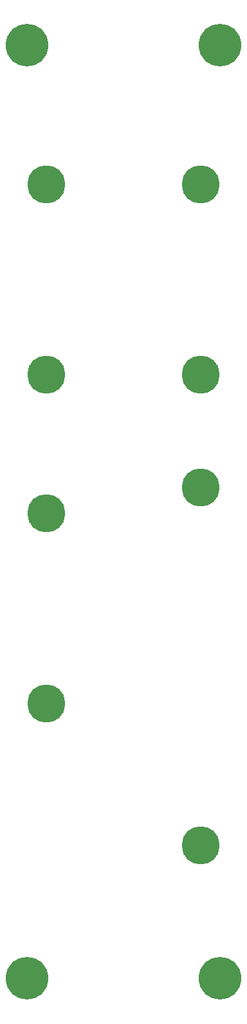
<source format=gts>
G04 #@! TF.GenerationSoftware,KiCad,Pcbnew,(6.0.9-0)*
G04 #@! TF.CreationDate,2023-02-07T08:36:10+01:00*
G04 #@! TF.ProjectId,fp_S5,66705f53-352e-46b6-9963-61645f706362,A*
G04 #@! TF.SameCoordinates,Original*
G04 #@! TF.FileFunction,Soldermask,Top*
G04 #@! TF.FilePolarity,Negative*
%FSLAX46Y46*%
G04 Gerber Fmt 4.6, Leading zero omitted, Abs format (unit mm)*
G04 Created by KiCad (PCBNEW (6.0.9-0)) date 2023-02-07 08:36:10*
%MOMM*%
%LPD*%
G01*
G04 APERTURE LIST*
%ADD10C,5.600000*%
%ADD11C,5.000000*%
G04 APERTURE END LIST*
D10*
X109220000Y-167730000D03*
X134620000Y-167730000D03*
D11*
X132080000Y-150300000D03*
X132080000Y-103300000D03*
X111760000Y-63500000D03*
X111760000Y-88500000D03*
X132080000Y-63500000D03*
X132080000Y-88500000D03*
D10*
X134620000Y-45230000D03*
D11*
X111760000Y-131680000D03*
X111760000Y-106680000D03*
D10*
X109220000Y-45230000D03*
M02*

</source>
